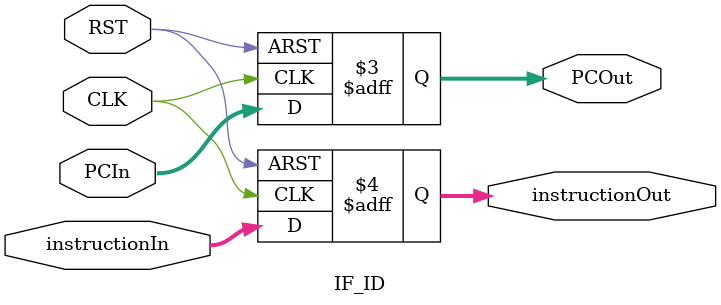
<source format=v>
module IF_ID(
	input CLK,
	input RST,
	input [15:0] PCIn, 									//input
	input [15:0] instructionIn,      				//input
	output reg [15:0] PCOut,			   			//output
	output reg [15:0] instructionOut  		//output
	);
	
	always @ (posedge CLK, negedge RST)
		if(!RST)
			begin
				PCOut[15:0] <= 16'b0;
				instructionOut[15:0] <= 16'b0;
			end
		else
			begin
				PCOut[15:0] <= PCIn[15:0];
				instructionOut[15:0] <= instructionIn[15:0];
			end
endmodule
		
		
</source>
